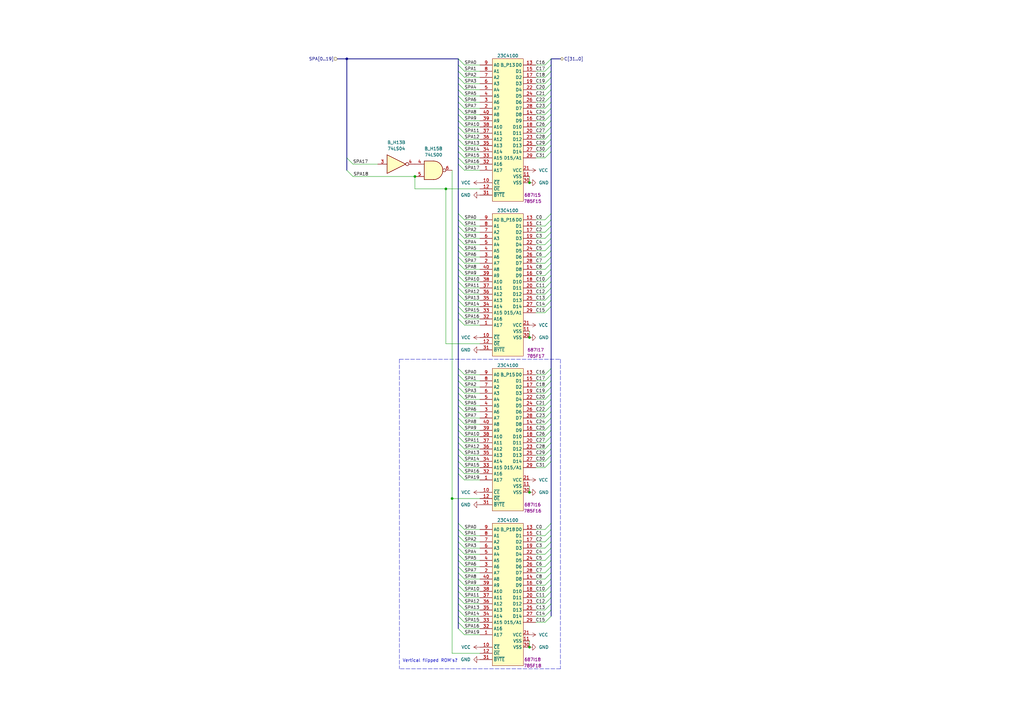
<source format=kicad_sch>
(kicad_sch (version 20231120) (generator "eeschema") (generator_version "8.0")
  (paper "A3")
  (title_block (date "2024-03-10"))
  (lib_symbols
    (symbol "jt74:74LS00" (pin_names (offset 1.016))
      (property "Reference" "U" (at 0 1.27 0))
      (property "Value" "74LS00" (at 0 -1.27 0))
      (symbol "74LS00_1_1"
        (arc (start 0 -3.81) (mid 3.7934 0) (end 0 3.81) (stroke (width 0.254)) (fill (type background)))
        (polyline (pts (xy 0 3.81) (xy -3.81 3.81) (xy -3.81 -3.81) (xy 0 -3.81)) (stroke (width 0.254)) (fill (type background)))
        (pin input line (at -7.62 2.54 0) (length 3.81) (name "~") (number "1"))
        (pin input line (at -7.62 -2.54 0) (length 3.81) (name "~") (number "2"))
        (pin output inverted (at 7.62 0 180) (length 3.81) (name "~") (number "3"))
      )
      (symbol "74LS00_1_2"
        (arc (start -3.81 -3.81) (mid -2.589 0) (end -3.81 3.81) (stroke (width 0.254)))
        (arc (start -0.6096 -3.81) (mid 2.1855 -2.584) (end 3.81 0) (stroke (width 0.254)) (fill (type background)))
        (polyline (pts (xy -3.81 -3.81) (xy -0.635 -3.81)) (stroke (width 0.254)) (fill (type background)))
        (polyline (pts (xy -3.81 3.81) (xy -0.635 3.81)) (stroke (width 0.254)) (fill (type background)))
        (polyline (pts (xy -0.635 3.81) (xy -3.81 3.81) (xy -3.81 3.81) (xy -3.556 3.4036) (xy -3.0226 2.2606) (xy -2.6924 1.0414) (xy -2.6162 -0.254) (xy -2.7686 -1.4986) (xy -3.175 -2.7178) (xy -3.81 -3.81) (xy -3.81 -3.81) (xy -0.635 -3.81)) (stroke (width -25.4)) (fill (type background)))
        (arc (start 3.81 0) (mid 2.1928 2.5925) (end -0.6096 3.81) (stroke (width 0.254)) (fill (type background)))
        (pin input inverted (at -7.62 2.54 0) (length 4.318) (name "~") (number "1"))
        (pin input inverted (at -7.62 -2.54 0) (length 4.318) (name "~") (number "2"))
        (pin output line (at 7.62 0 180) (length 3.81) (name "~") (number "3"))
      )
      (symbol "74LS00_2_1"
        (arc (start 0 -3.81) (mid 3.7934 0) (end 0 3.81) (stroke (width 0.254)) (fill (type background)))
        (polyline (pts (xy 0 3.81) (xy -3.81 3.81) (xy -3.81 -3.81) (xy 0 -3.81)) (stroke (width 0.254)) (fill (type background)))
        (pin input line (at -7.62 2.54 0) (length 3.81) (name "~") (number "4"))
        (pin input line (at -7.62 -2.54 0) (length 3.81) (name "~") (number "5"))
        (pin output inverted (at 7.62 0 180) (length 3.81) (name "~") (number "6"))
      )
      (symbol "74LS00_2_2"
        (arc (start -3.81 -3.81) (mid -2.589 0) (end -3.81 3.81) (stroke (width 0.254)))
        (arc (start -0.6096 -3.81) (mid 2.1855 -2.584) (end 3.81 0) (stroke (width 0.254)) (fill (type background)))
        (polyline (pts (xy -3.81 -3.81) (xy -0.635 -3.81)) (stroke (width 0.254)) (fill (type background)))
        (polyline (pts (xy -3.81 3.81) (xy -0.635 3.81)) (stroke (width 0.254)) (fill (type background)))
        (polyline (pts (xy -0.635 3.81) (xy -3.81 3.81) (xy -3.81 3.81) (xy -3.556 3.4036) (xy -3.0226 2.2606) (xy -2.6924 1.0414) (xy -2.6162 -0.254) (xy -2.7686 -1.4986) (xy -3.175 -2.7178) (xy -3.81 -3.81) (xy -3.81 -3.81) (xy -0.635 -3.81)) (stroke (width -25.4)) (fill (type background)))
        (arc (start 3.81 0) (mid 2.1928 2.5925) (end -0.6096 3.81) (stroke (width 0.254)) (fill (type background)))
        (pin input inverted (at -7.62 2.54 0) (length 4.318) (name "~") (number "4"))
        (pin input inverted (at -7.62 -2.54 0) (length 4.318) (name "~") (number "5"))
        (pin output line (at 7.62 0 180) (length 3.81) (name "~") (number "6"))
      )
      (symbol "74LS00_3_1"
        (arc (start 0 -3.81) (mid 3.7934 0) (end 0 3.81) (stroke (width 0.254)) (fill (type background)))
        (polyline (pts (xy 0 3.81) (xy -3.81 3.81) (xy -3.81 -3.81) (xy 0 -3.81)) (stroke (width 0.254)) (fill (type background)))
        (pin input line (at -7.62 -2.54 0) (length 3.81) (name "~") (number "10"))
        (pin output inverted (at 7.62 0 180) (length 3.81) (name "~") (number "8"))
        (pin input line (at -7.62 2.54 0) (length 3.81) (name "~") (number "9"))
      )
      (symbol "74LS00_3_2"
        (arc (start -3.81 -3.81) (mid -2.589 0) (end -3.81 3.81) (stroke (width 0.254)))
        (arc (start -0.6096 -3.81) (mid 2.1855 -2.584) (end 3.81 0) (stroke (width 0.254)) (fill (type background)))
        (polyline (pts (xy -3.81 -3.81) (xy -0.635 -3.81)) (stroke (width 0.254)) (fill (type background)))
        (polyline (pts (xy -3.81 3.81) (xy -0.635 3.81)) (stroke (width 0.254)) (fill (type background)))
        (polyline (pts (xy -0.635 3.81) (xy -3.81 3.81) (xy -3.81 3.81) (xy -3.556 3.4036) (xy -3.0226 2.2606) (xy -2.6924 1.0414) (xy -2.6162 -0.254) (xy -2.7686 -1.4986) (xy -3.175 -2.7178) (xy -3.81 -3.81) (xy -3.81 -3.81) (xy -0.635 -3.81)) (stroke (width -25.4)) (fill (type background)))
        (arc (start 3.81 0) (mid 2.1928 2.5925) (end -0.6096 3.81) (stroke (width 0.254)) (fill (type background)))
        (pin input inverted (at -7.62 -2.54 0) (length 4.318) (name "~") (number "10"))
        (pin output line (at 7.62 0 180) (length 3.81) (name "~") (number "8"))
        (pin input inverted (at -7.62 2.54 0) (length 4.318) (name "~") (number "9"))
      )
      (symbol "74LS00_4_1"
        (arc (start 0 -3.81) (mid 3.7934 0) (end 0 3.81) (stroke (width 0.254)) (fill (type background)))
        (polyline (pts (xy 0 3.81) (xy -3.81 3.81) (xy -3.81 -3.81) (xy 0 -3.81)) (stroke (width 0.254)) (fill (type background)))
        (pin output inverted (at 7.62 0 180) (length 3.81) (name "~") (number "11"))
        (pin input line (at -7.62 2.54 0) (length 3.81) (name "~") (number "12"))
        (pin input line (at -7.62 -2.54 0) (length 3.81) (name "~") (number "13"))
      )
      (symbol "74LS00_4_2"
        (arc (start -3.81 -3.81) (mid -2.589 0) (end -3.81 3.81) (stroke (width 0.254)))
        (arc (start -0.6096 -3.81) (mid 2.1855 -2.584) (end 3.81 0) (stroke (width 0.254)) (fill (type background)))
        (polyline (pts (xy -3.81 -3.81) (xy -0.635 -3.81)) (stroke (width 0.254)) (fill (type background)))
        (polyline (pts (xy -3.81 3.81) (xy -0.635 3.81)) (stroke (width 0.254)) (fill (type background)))
        (polyline (pts (xy -0.635 3.81) (xy -3.81 3.81) (xy -3.81 3.81) (xy -3.556 3.4036) (xy -3.0226 2.2606) (xy -2.6924 1.0414) (xy -2.6162 -0.254) (xy -2.7686 -1.4986) (xy -3.175 -2.7178) (xy -3.81 -3.81) (xy -3.81 -3.81) (xy -0.635 -3.81)) (stroke (width -25.4)) (fill (type background)))
        (arc (start 3.81 0) (mid 2.1928 2.5925) (end -0.6096 3.81) (stroke (width 0.254)) (fill (type background)))
        (pin output line (at 7.62 0 180) (length 3.81) (name "~") (number "11"))
        (pin input inverted (at -7.62 2.54 0) (length 4.318) (name "~") (number "12"))
        (pin input inverted (at -7.62 -2.54 0) (length 4.318) (name "~") (number "13"))
      )
      (symbol "74LS00_5_0"
        (pin power_in line (at 0 7.62 270) (length 5.08) hide (name "VCC") (number "14"))
        (pin power_in line (at 0 -7.62 90) (length 5.08) hide (name "VSS") (number "7"))
      )
      (symbol "74LS00_5_1"
        (rectangle (start -5.08 7.62) (end 5.08 -7.62) (stroke (width 0.254)) (fill (type background)))
      )
    )
    (symbol "jt74:74LS04" (pin_names (offset 1.016))
      (property "Reference" "U" (at 0 1.27 0))
      (property "Value" "74LS04" (at 0 -1.27 0))
      (symbol "74LS04_1_0"
        (polyline (pts (xy -3.81 3.81) (xy -3.81 -3.81) (xy 3.81 0) (xy -3.81 3.81)) (stroke (width 0.254)) (fill (type background)))
        (pin input line (at -7.62 0 0) (length 3.81) (name "~") (number "1"))
        (pin output inverted (at 7.62 0 180) (length 3.81) (name "~") (number "2"))
      )
      (symbol "74LS04_2_0"
        (polyline (pts (xy -3.81 3.81) (xy -3.81 -3.81) (xy 3.81 0) (xy -3.81 3.81)) (stroke (width 0.254)) (fill (type background)))
        (pin input line (at -7.62 0 0) (length 3.81) (name "~") (number "3"))
        (pin output inverted (at 7.62 0 180) (length 3.81) (name "~") (number "4"))
      )
      (symbol "74LS04_3_0"
        (polyline (pts (xy -3.81 3.81) (xy -3.81 -3.81) (xy 3.81 0) (xy -3.81 3.81)) (stroke (width 0.254)) (fill (type background)))
        (pin input line (at -7.62 0 0) (length 3.81) (name "~") (number "5"))
        (pin output inverted (at 7.62 0 180) (length 3.81) (name "~") (number "6"))
      )
      (symbol "74LS04_4_0"
        (polyline (pts (xy -3.81 3.81) (xy -3.81 -3.81) (xy 3.81 0) (xy -3.81 3.81)) (stroke (width 0.254)) (fill (type background)))
        (pin output inverted (at 7.62 0 180) (length 3.81) (name "~") (number "8"))
        (pin input line (at -7.62 0 0) (length 3.81) (name "~") (number "9"))
      )
      (symbol "74LS04_5_0"
        (polyline (pts (xy -3.81 3.81) (xy -3.81 -3.81) (xy 3.81 0) (xy -3.81 3.81)) (stroke (width 0.254)) (fill (type background)))
        (pin output inverted (at 7.62 0 180) (length 3.81) (name "~") (number "10"))
        (pin input line (at -7.62 0 0) (length 3.81) (name "~") (number "11"))
      )
      (symbol "74LS04_6_0"
        (polyline (pts (xy -3.81 3.81) (xy -3.81 -3.81) (xy 3.81 0) (xy -3.81 3.81)) (stroke (width 0.254)) (fill (type background)))
        (pin output inverted (at 7.62 0 180) (length 3.81) (name "~") (number "12"))
        (pin input line (at -7.62 0 0) (length 3.81) (name "~") (number "13"))
      )
      (symbol "74LS04_7_0"
        (pin power_in line (at 0 7.62 270) (length 5.08) hide (name "VCC") (number "14"))
        (pin power_in line (at 0 -7.62 90) (length 5.08) hide (name "VSS") (number "7"))
      )
      (symbol "74LS04_7_1"
        (rectangle (start -5.08 7.62) (end 5.08 -7.62) (stroke (width 0.254)) (fill (type background)))
      )
    )
    (symbol "jt_rom:23C4100"
      (property "Reference" "U" (at 0 33.02 0))
      (property "Value" "23C4100" (at 0 30.48 0))
      (symbol "23C4100_0_1"
        (rectangle (start -6.35 29.21) (end 6.35 -29.21) (fill (type background)))
      )
      (symbol "23C4100_1_1"
        (pin input line (at -11.43 -16.51 0) (length 5.08) (name "A17") (number "1"))
        (pin input line (at -11.43 -21.59 0) (length 5.08) (name "~{CE}") (number "10"))
        (pin power_in line (at 8.89 -19.05 180) (length 2.54) (name "VSS") (number "11"))
        (pin input line (at -11.43 -24.13 0) (length 5.08) (name "~{OE}") (number "12"))
        (pin tri_state line (at 11.43 26.67 180) (length 5.08) (name "D0") (number "13"))
        (pin tri_state line (at 11.43 6.35 180) (length 5.08) (name "D8") (number "14"))
        (pin tri_state line (at 11.43 24.13 180) (length 5.08) (name "D1") (number "15"))
        (pin tri_state line (at 11.43 3.81 180) (length 5.08) (name "D9") (number "16"))
        (pin tri_state line (at 11.43 21.59 180) (length 5.08) (name "D2") (number "17"))
        (pin tri_state line (at 11.43 1.27 180) (length 5.08) (name "D10") (number "18"))
        (pin tri_state line (at 11.43 19.05 180) (length 5.08) (name "D3") (number "19"))
        (pin input line (at -11.43 8.89 0) (length 5.08) (name "A7") (number "2"))
        (pin tri_state line (at 11.43 -1.27 180) (length 5.08) (name "D11") (number "20"))
        (pin power_in line (at 8.89 -16.51 180) (length 2.54) (name "VCC") (number "21"))
        (pin tri_state line (at 11.43 16.51 180) (length 5.08) (name "D4") (number "22"))
        (pin tri_state line (at 11.43 -3.81 180) (length 5.08) (name "D12") (number "23"))
        (pin tri_state line (at 11.43 13.97 180) (length 5.08) (name "D5") (number "24"))
        (pin tri_state line (at 11.43 -6.35 180) (length 5.08) (name "D13") (number "25"))
        (pin tri_state line (at 11.43 11.43 180) (length 5.08) (name "D6") (number "26"))
        (pin tri_state line (at 11.43 -8.89 180) (length 5.08) (name "D14") (number "27"))
        (pin tri_state line (at 11.43 8.89 180) (length 5.08) (name "D7") (number "28"))
        (pin tri_state line (at 11.43 -11.43 180) (length 5.08) (name "D15/A1") (number "29"))
        (pin input line (at -11.43 11.43 0) (length 5.08) (name "A6") (number "3"))
        (pin power_in line (at 8.89 -21.59 180) (length 2.54) (name "VSS") (number "30"))
        (pin input line (at -11.43 -26.67 0) (length 5.08) (name "~{BYTE}") (number "31"))
        (pin input line (at -11.43 -13.97 0) (length 5.08) (name "A16") (number "32"))
        (pin input line (at -11.43 -11.43 0) (length 5.08) (name "A15") (number "33"))
        (pin input line (at -11.43 -8.89 0) (length 5.08) (name "A14") (number "34"))
        (pin input line (at -11.43 -6.35 0) (length 5.08) (name "A13") (number "35"))
        (pin input line (at -11.43 -3.81 0) (length 5.08) (name "A12") (number "36"))
        (pin input line (at -11.43 -1.27 0) (length 5.08) (name "A11") (number "37"))
        (pin input line (at -11.43 1.27 0) (length 5.08) (name "A10") (number "38"))
        (pin input line (at -11.43 3.81 0) (length 5.08) (name "A9") (number "39"))
        (pin input line (at -11.43 13.97 0) (length 5.08) (name "A5") (number "4"))
        (pin input line (at -11.43 6.35 0) (length 5.08) (name "A8") (number "40"))
        (pin input line (at -11.43 16.51 0) (length 5.08) (name "A4") (number "5"))
        (pin input line (at -11.43 19.05 0) (length 5.08) (name "A3") (number "6"))
        (pin input line (at -11.43 21.59 0) (length 5.08) (name "A2") (number "7"))
        (pin input line (at -11.43 24.13 0) (length 5.08) (name "A1") (number "8"))
        (pin input line (at -11.43 26.67 0) (length 5.08) (name "A0") (number "9"))
      )
    )
    (symbol "power:GND" (power) (pin_names (offset 0))
      (property "Value" "GND" (at 0 -3.81 0))
      (symbol "GND_0_1"
        (polyline (pts (xy 0 0) (xy 0 -1.27) (xy 1.27 -1.27) (xy 0 -2.54) (xy -1.27 -1.27) (xy 0 -1.27)))
      )
      (symbol "GND_1_1"
        (pin power_in line (at 0 0 270) (length 0) hide (name "GND") (number "1"))
      )
    )
    (symbol "power:VCC" (power) (pin_names (offset 0))
      (property "Value" "VCC" (at 0 3.81 0))
      (symbol "VCC_0_1"
        (polyline (pts (xy -0.762 1.27) (xy 0 2.54)))
        (polyline (pts (xy 0 0) (xy 0 2.54)))
        (polyline (pts (xy 0 2.54) (xy 0.762 1.27)))
      )
      (symbol "VCC_1_1"
        (pin power_in line (at 0 0 90) (length 0) hide (name "VCC") (number "1"))
      )
    )
  )
  (junction (at 142.24 24.13))
  (junction (at 217.17 265.43))
  (junction (at 170.18 72.39))
  (junction (at 217.17 74.93))
  (junction (at 185.42 204.47))
  (junction (at 182.88 77.47))
  (junction (at 217.17 138.43))
  (junction (at 217.17 201.93))
  (bus_entry (at 187.96 156.21) (size 2.54 2.54))
  (bus_entry (at 187.96 181.61) (size 2.54 2.54))
  (bus_entry (at 187.96 166.37) (size 2.54 2.54))
  (bus_entry (at 187.96 222.25) (size 2.54 2.54))
  (bus_entry (at 187.96 125.73) (size 2.54 2.54))
  (bus_entry (at 187.96 31.75) (size 2.54 2.54))
  (bus_entry (at 223.52 245.11) (size 2.54 -2.54))
  (bus_entry (at 223.52 90.17) (size 2.54 -2.54))
  (bus_entry (at 223.52 247.65) (size 2.54 -2.54))
  (bus_entry (at 223.52 156.21) (size 2.54 -2.54))
  (bus_entry (at 223.52 161.29) (size 2.54 -2.54))
  (bus_entry (at 223.52 222.25) (size 2.54 -2.54))
  (bus_entry (at 187.96 151.13) (size 2.54 2.54))
  (bus_entry (at 187.96 247.65) (size 2.54 2.54))
  (bus_entry (at 187.96 229.87) (size 2.54 2.54))
  (bus_entry (at 187.96 115.57) (size 2.54 2.54))
  (bus_entry (at 187.96 34.29) (size 2.54 2.54))
  (bus_entry (at 187.96 52.07) (size 2.54 2.54))
  (bus_entry (at 223.52 232.41) (size 2.54 -2.54))
  (bus_entry (at 187.96 214.63) (size 2.54 2.54))
  (bus_entry (at 223.52 189.23) (size 2.54 -2.54))
  (bus_entry (at 187.96 227.33) (size 2.54 2.54))
  (bus_entry (at 187.96 92.71) (size 2.54 2.54))
  (bus_entry (at 223.52 102.87) (size 2.54 -2.54))
  (bus_entry (at 187.96 245.11) (size 2.54 2.54))
  (bus_entry (at 223.52 120.65) (size 2.54 -2.54))
  (bus_entry (at 187.96 123.19) (size 2.54 2.54))
  (bus_entry (at 223.52 59.69) (size 2.54 -2.54))
  (bus_entry (at 187.96 163.83) (size 2.54 2.54))
  (bus_entry (at 223.52 107.95) (size 2.54 -2.54))
  (bus_entry (at 187.96 59.69) (size 2.54 2.54))
  (bus_entry (at 223.52 217.17) (size 2.54 -2.54))
  (bus_entry (at 187.96 179.07) (size 2.54 2.54))
  (bus_entry (at 187.96 237.49) (size 2.54 2.54))
  (bus_entry (at 187.96 100.33) (size 2.54 2.54))
  (bus_entry (at 223.52 163.83) (size 2.54 -2.54))
  (bus_entry (at 187.96 49.53) (size 2.54 2.54))
  (bus_entry (at 187.96 191.77) (size 2.54 2.54))
  (bus_entry (at 223.52 224.79) (size 2.54 -2.54))
  (bus_entry (at 223.52 113.03) (size 2.54 -2.54))
  (bus_entry (at 187.96 255.27) (size 2.54 2.54))
  (bus_entry (at 187.96 171.45) (size 2.54 2.54))
  (bus_entry (at 187.96 153.67) (size 2.54 2.54))
  (bus_entry (at 187.96 90.17) (size 2.54 2.54))
  (bus_entry (at 187.96 67.31) (size 2.54 2.54))
  (bus_entry (at 223.52 158.75) (size 2.54 -2.54))
  (bus_entry (at 223.52 186.69) (size 2.54 -2.54))
  (bus_entry (at 223.52 62.23) (size 2.54 -2.54))
  (bus_entry (at 223.52 95.25) (size 2.54 -2.54))
  (bus_entry (at 187.96 219.71) (size 2.54 2.54))
  (bus_entry (at 187.96 26.67) (size 2.54 2.54))
  (bus_entry (at 187.96 176.53) (size 2.54 2.54))
  (bus_entry (at 223.52 173.99) (size 2.54 -2.54))
  (bus_entry (at 223.52 179.07) (size 2.54 -2.54))
  (bus_entry (at 223.52 29.21) (size 2.54 -2.54))
  (bus_entry (at 223.52 234.95) (size 2.54 -2.54))
  (bus_entry (at 223.52 36.83) (size 2.54 -2.54))
  (bus_entry (at 187.96 224.79) (size 2.54 2.54))
  (bus_entry (at 187.96 95.25) (size 2.54 2.54))
  (bus_entry (at 223.52 54.61) (size 2.54 -2.54))
  (bus_entry (at 223.52 242.57) (size 2.54 -2.54))
  (bus_entry (at 187.96 41.91) (size 2.54 2.54))
  (bus_entry (at 187.96 242.57) (size 2.54 2.54))
  (bus_entry (at 187.96 87.63) (size 2.54 2.54))
  (bus_entry (at 144.78 67.31) (size -2.54 -2.54))
  (bus_entry (at 223.52 46.99) (size 2.54 -2.54))
  (bus_entry (at 223.52 34.29) (size 2.54 -2.54))
  (bus_entry (at 187.96 29.21) (size 2.54 2.54))
  (bus_entry (at 187.96 234.95) (size 2.54 2.54))
  (bus_entry (at 187.96 120.65) (size 2.54 2.54))
  (bus_entry (at 223.52 250.19) (size 2.54 -2.54))
  (bus_entry (at 187.96 113.03) (size 2.54 2.54))
  (bus_entry (at 187.96 250.19) (size 2.54 2.54))
  (bus_entry (at 223.52 240.03) (size 2.54 -2.54))
  (bus_entry (at 223.52 176.53) (size 2.54 -2.54))
  (bus_entry (at 187.96 118.11) (size 2.54 2.54))
  (bus_entry (at 223.52 26.67) (size 2.54 -2.54))
  (bus_entry (at 187.96 107.95) (size 2.54 2.54))
  (bus_entry (at 223.52 115.57) (size 2.54 -2.54))
  (bus_entry (at 187.96 62.23) (size 2.54 2.54))
  (bus_entry (at 187.96 130.81) (size 2.54 2.54))
  (bus_entry (at 187.96 168.91) (size 2.54 2.54))
  (bus_entry (at 187.96 173.99) (size 2.54 2.54))
  (bus_entry (at 223.52 97.79) (size 2.54 -2.54))
  (bus_entry (at 223.52 39.37) (size 2.54 -2.54))
  (bus_entry (at 223.52 44.45) (size 2.54 -2.54))
  (bus_entry (at 223.52 128.27) (size 2.54 -2.54))
  (bus_entry (at 187.96 257.81) (size 2.54 2.54))
  (bus_entry (at 187.96 102.87) (size 2.54 2.54))
  (bus_entry (at 223.52 166.37) (size 2.54 -2.54))
  (bus_entry (at 223.52 227.33) (size 2.54 -2.54))
  (bus_entry (at 223.52 184.15) (size 2.54 -2.54))
  (bus_entry (at 223.52 31.75) (size 2.54 -2.54))
  (bus_entry (at 142.24 69.85) (size 2.54 2.54))
  (bus_entry (at 223.52 181.61) (size 2.54 -2.54))
  (bus_entry (at 223.52 153.67) (size 2.54 -2.54))
  (bus_entry (at 187.96 44.45) (size 2.54 2.54))
  (bus_entry (at 223.52 255.27) (size 2.54 -2.54))
  (bus_entry (at 187.96 232.41) (size 2.54 2.54))
  (bus_entry (at 187.96 184.15) (size 2.54 2.54))
  (bus_entry (at 223.52 125.73) (size 2.54 -2.54))
  (bus_entry (at 223.52 237.49) (size 2.54 -2.54))
  (bus_entry (at 187.96 105.41) (size 2.54 2.54))
  (bus_entry (at 223.52 92.71) (size 2.54 -2.54))
  (bus_entry (at 223.52 57.15) (size 2.54 -2.54))
  (bus_entry (at 187.96 110.49) (size 2.54 2.54))
  (bus_entry (at 187.96 36.83) (size 2.54 2.54))
  (bus_entry (at 223.52 49.53) (size 2.54 -2.54))
  (bus_entry (at 223.52 252.73) (size 2.54 -2.54))
  (bus_entry (at 223.52 168.91) (size 2.54 -2.54))
  (bus_entry (at 187.96 54.61) (size 2.54 2.54))
  (bus_entry (at 187.96 158.75) (size 2.54 2.54))
  (bus_entry (at 223.52 118.11) (size 2.54 -2.54))
  (bus_entry (at 187.96 161.29) (size 2.54 2.54))
  (bus_entry (at 187.96 64.77) (size 2.54 2.54))
  (bus_entry (at 187.96 194.31) (size 2.54 2.54))
  (bus_entry (at 187.96 240.03) (size 2.54 2.54))
  (bus_entry (at 187.96 97.79) (size 2.54 2.54))
  (bus_entry (at 223.52 191.77) (size 2.54 -2.54))
  (bus_entry (at 187.96 57.15) (size 2.54 2.54))
  (bus_entry (at 223.52 219.71) (size 2.54 -2.54))
  (bus_entry (at 223.52 171.45) (size 2.54 -2.54))
  (bus_entry (at 223.52 52.07) (size 2.54 -2.54))
  (bus_entry (at 223.52 123.19) (size 2.54 -2.54))
  (bus_entry (at 187.96 46.99) (size 2.54 2.54))
  (bus_entry (at 223.52 110.49) (size 2.54 -2.54))
  (bus_entry (at 187.96 128.27) (size 2.54 2.54))
  (bus_entry (at 187.96 189.23) (size 2.54 2.54))
  (bus_entry (at 223.52 100.33) (size 2.54 -2.54))
  (bus_entry (at 223.52 64.77) (size 2.54 -2.54))
  (bus_entry (at 187.96 186.69) (size 2.54 2.54))
  (bus_entry (at 223.52 105.41) (size 2.54 -2.54))
  (bus_entry (at 187.96 252.73) (size 2.54 2.54))
  (bus_entry (at 223.52 41.91) (size 2.54 -2.54))
  (bus_entry (at 223.52 229.87) (size 2.54 -2.54))
  (bus_entry (at 187.96 39.37) (size 2.54 2.54))
  (bus_entry (at 187.96 217.17) (size 2.54 2.54))
  (bus_entry (at 187.96 24.13) (size 2.54 2.54))
  (bus (pts (xy 187.96 156.21) (xy 187.96 158.75)))
  (bus (pts (xy 226.06 118.11) (xy 226.06 120.65)))
  (wire (pts (xy 219.71 227.33) (xy 223.52 227.33)))
  (wire (pts (xy 219.71 57.15) (xy 223.52 57.15)))
  (wire (pts (xy 190.5 64.77) (xy 196.85 64.77)))
  (wire (pts (xy 219.71 54.61) (xy 223.52 54.61)))
  (wire (pts (xy 219.71 46.99) (xy 223.52 46.99)))
  (wire (pts (xy 190.5 44.45) (xy 196.85 44.45)))
  (bus (pts (xy 142.24 24.13) (xy 187.96 24.13)))
  (bus (pts (xy 226.06 224.79) (xy 226.06 227.33)))
  (wire (pts (xy 190.5 153.67) (xy 196.85 153.67)))
  (bus (pts (xy 142.24 24.13) (xy 142.24 64.77)))
  (bus (pts (xy 226.06 31.75) (xy 226.06 34.29)))
  (bus (pts (xy 187.96 67.31) (xy 187.96 87.63)))
  (wire (pts (xy 219.71 110.49) (xy 223.52 110.49)))
  (wire (pts (xy 190.5 168.91) (xy 196.85 168.91)))
  (wire (pts (xy 219.71 118.11) (xy 223.52 118.11)))
  (bus (pts (xy 226.06 29.21) (xy 226.06 31.75)))
  (wire (pts (xy 190.5 26.67) (xy 196.85 26.67)))
  (bus (pts (xy 226.06 52.07) (xy 226.06 54.61)))
  (wire (pts (xy 190.5 260.35) (xy 196.85 260.35)))
  (wire (pts (xy 219.71 97.79) (xy 223.52 97.79)))
  (bus (pts (xy 187.96 118.11) (xy 187.96 120.65)))
  (bus (pts (xy 226.06 34.29) (xy 226.06 36.83)))
  (bus (pts (xy 226.06 123.19) (xy 226.06 125.73)))
  (wire (pts (xy 219.71 237.49) (xy 223.52 237.49)))
  (wire (pts (xy 190.5 39.37) (xy 196.85 39.37)))
  (bus (pts (xy 187.96 171.45) (xy 187.96 173.99)))
  (bus (pts (xy 187.96 161.29) (xy 187.96 163.83)))
  (bus (pts (xy 226.06 237.49) (xy 226.06 240.03)))
  (bus (pts (xy 226.06 242.57) (xy 226.06 245.11)))
  (wire (pts (xy 190.5 191.77) (xy 196.85 191.77)))
  (wire (pts (xy 219.71 255.27) (xy 223.52 255.27)))
  (wire (pts (xy 219.71 186.69) (xy 223.52 186.69)))
  (wire (pts (xy 190.5 252.73) (xy 196.85 252.73)))
  (bus (pts (xy 187.96 242.57) (xy 187.96 245.11)))
  (bus (pts (xy 187.96 26.67) (xy 187.96 29.21)))
  (bus (pts (xy 226.06 250.19) (xy 226.06 252.73)))
  (wire (pts (xy 219.71 240.03) (xy 223.52 240.03)))
  (bus (pts (xy 187.96 232.41) (xy 187.96 234.95)))
  (bus (pts (xy 187.96 62.23) (xy 187.96 64.77)))
  (bus (pts (xy 187.96 234.95) (xy 187.96 237.49)))
  (wire (pts (xy 190.5 29.21) (xy 196.85 29.21)))
  (bus (pts (xy 187.96 92.71) (xy 187.96 95.25)))
  (wire (pts (xy 219.71 120.65) (xy 223.52 120.65)))
  (bus (pts (xy 187.96 95.25) (xy 187.96 97.79)))
  (wire (pts (xy 219.71 179.07) (xy 223.52 179.07)))
  (bus (pts (xy 226.06 97.79) (xy 226.06 100.33)))
  (wire (pts (xy 190.5 90.17) (xy 196.85 90.17)))
  (wire (pts (xy 190.5 181.61) (xy 196.85 181.61)))
  (bus (pts (xy 226.06 46.99) (xy 226.06 49.53)))
  (bus (pts (xy 187.96 29.21) (xy 187.96 31.75)))
  (bus (pts (xy 226.06 125.73) (xy 226.06 151.13)))
  (wire (pts (xy 219.71 44.45) (xy 223.52 44.45)))
  (wire (pts (xy 182.88 77.47) (xy 196.85 77.47)))
  (wire (pts (xy 190.5 128.27) (xy 196.85 128.27)))
  (wire (pts (xy 190.5 125.73) (xy 196.85 125.73)))
  (wire (pts (xy 219.71 41.91) (xy 223.52 41.91)))
  (bus (pts (xy 142.24 64.77) (xy 142.24 69.85)))
  (bus (pts (xy 226.06 222.25) (xy 226.06 224.79)))
  (wire (pts (xy 219.71 113.03) (xy 223.52 113.03)))
  (bus (pts (xy 187.96 173.99) (xy 187.96 176.53)))
  (bus (pts (xy 187.96 46.99) (xy 187.96 49.53)))
  (bus (pts (xy 187.96 191.77) (xy 187.96 194.31)))
  (bus (pts (xy 187.96 102.87) (xy 187.96 105.41)))
  (wire (pts (xy 190.5 196.85) (xy 196.85 196.85)))
  (wire (pts (xy 190.5 115.57) (xy 196.85 115.57)))
  (wire (pts (xy 217.17 262.89) (xy 217.17 265.43)))
  (wire (pts (xy 217.17 135.89) (xy 217.17 138.43)))
  (bus (pts (xy 187.96 227.33) (xy 187.96 229.87)))
  (wire (pts (xy 219.71 39.37) (xy 223.52 39.37)))
  (bus (pts (xy 226.06 153.67) (xy 226.06 156.21)))
  (wire (pts (xy 190.5 179.07) (xy 196.85 179.07)))
  (wire (pts (xy 190.5 171.45) (xy 196.85 171.45)))
  (bus (pts (xy 226.06 179.07) (xy 226.06 181.61)))
  (wire (pts (xy 190.5 107.95) (xy 196.85 107.95)))
  (bus (pts (xy 226.06 219.71) (xy 226.06 222.25)))
  (bus (pts (xy 187.96 64.77) (xy 187.96 67.31)))
  (bus (pts (xy 226.06 115.57) (xy 226.06 118.11)))
  (bus (pts (xy 187.96 222.25) (xy 187.96 224.79)))
  (bus (pts (xy 226.06 41.91) (xy 226.06 44.45)))
  (wire (pts (xy 219.71 105.41) (xy 223.52 105.41)))
  (bus (pts (xy 226.06 184.15) (xy 226.06 186.69)))
  (bus (pts (xy 226.06 247.65) (xy 226.06 250.19)))
  (wire (pts (xy 219.71 153.67) (xy 223.52 153.67)))
  (wire (pts (xy 219.71 95.25) (xy 223.52 95.25)))
  (bus (pts (xy 187.96 130.81) (xy 187.96 151.13)))
  (wire (pts (xy 170.18 77.47) (xy 170.18 72.39)))
  (wire (pts (xy 219.71 31.75) (xy 223.52 31.75)))
  (bus (pts (xy 226.06 44.45) (xy 226.06 46.99)))
  (wire (pts (xy 190.5 250.19) (xy 196.85 250.19)))
  (bus (pts (xy 226.06 110.49) (xy 226.06 113.03)))
  (bus (pts (xy 187.96 240.03) (xy 187.96 242.57)))
  (wire (pts (xy 144.78 72.39) (xy 170.18 72.39)))
  (wire (pts (xy 190.5 31.75) (xy 196.85 31.75)))
  (bus (pts (xy 187.96 186.69) (xy 187.96 189.23)))
  (bus (pts (xy 226.06 59.69) (xy 226.06 62.23)))
  (wire (pts (xy 219.71 26.67) (xy 223.52 26.67)))
  (bus (pts (xy 187.96 179.07) (xy 187.96 181.61)))
  (bus (pts (xy 226.06 87.63) (xy 226.06 90.17)))
  (wire (pts (xy 219.71 102.87) (xy 223.52 102.87)))
  (wire (pts (xy 190.5 224.79) (xy 196.85 224.79)))
  (wire (pts (xy 219.71 62.23) (xy 223.52 62.23)))
  (bus (pts (xy 226.06 107.95) (xy 226.06 110.49)))
  (wire (pts (xy 190.5 36.83) (xy 196.85 36.83)))
  (bus (pts (xy 226.06 102.87) (xy 226.06 105.41)))
  (wire (pts (xy 190.5 219.71) (xy 196.85 219.71)))
  (bus (pts (xy 187.96 31.75) (xy 187.96 34.29)))
  (wire (pts (xy 190.5 57.15) (xy 196.85 57.15)))
  (bus (pts (xy 187.96 115.57) (xy 187.96 118.11)))
  (wire (pts (xy 219.71 115.57) (xy 223.52 115.57)))
  (polyline (pts (xy 229.87 274.32) (xy 163.83 274.32)) (stroke (width 0) (type dash)))
  (bus (pts (xy 187.96 237.49) (xy 187.96 240.03)))
  (bus (pts (xy 187.96 184.15) (xy 187.96 186.69)))
  (wire (pts (xy 182.88 77.47) (xy 182.88 140.97)))
  (bus (pts (xy 226.06 176.53) (xy 226.06 179.07)))
  (bus (pts (xy 187.96 49.53) (xy 187.96 52.07)))
  (bus (pts (xy 226.06 151.13) (xy 226.06 153.67)))
  (wire (pts (xy 190.5 240.03) (xy 196.85 240.03)))
  (bus (pts (xy 187.96 153.67) (xy 187.96 156.21)))
  (wire (pts (xy 190.5 229.87) (xy 196.85 229.87)))
  (wire (pts (xy 219.71 181.61) (xy 223.52 181.61)))
  (bus (pts (xy 187.96 166.37) (xy 187.96 168.91)))
  (wire (pts (xy 219.71 232.41) (xy 223.52 232.41)))
  (bus (pts (xy 226.06 24.13) (xy 229.87 24.13)))
  (bus (pts (xy 187.96 90.17) (xy 187.96 92.71)))
  (wire (pts (xy 144.78 67.31) (xy 154.94 67.31)))
  (bus (pts (xy 226.06 156.21) (xy 226.06 158.75)))
  (wire (pts (xy 196.85 267.97) (xy 185.42 267.97)))
  (bus (pts (xy 187.96 194.31) (xy 187.96 214.63)))
  (bus (pts (xy 187.96 224.79) (xy 187.96 227.33)))
  (bus (pts (xy 226.06 217.17) (xy 226.06 219.71)))
  (wire (pts (xy 219.71 100.33) (xy 223.52 100.33)))
  (wire (pts (xy 219.71 250.19) (xy 223.52 250.19)))
  (wire (pts (xy 190.5 97.79) (xy 196.85 97.79)))
  (bus (pts (xy 187.96 44.45) (xy 187.96 46.99)))
  (bus (pts (xy 187.96 24.13) (xy 187.96 26.67)))
  (wire (pts (xy 190.5 102.87) (xy 196.85 102.87)))
  (wire (pts (xy 190.5 257.81) (xy 196.85 257.81)))
  (polyline (pts (xy 163.83 147.32) (xy 229.87 147.32)) (stroke (width 0) (type dash)))
  (wire (pts (xy 219.71 245.11) (xy 223.52 245.11)))
  (bus (pts (xy 187.96 128.27) (xy 187.96 130.81)))
  (bus (pts (xy 226.06 113.03) (xy 226.06 115.57)))
  (bus (pts (xy 187.96 163.83) (xy 187.96 166.37)))
  (bus (pts (xy 226.06 57.15) (xy 226.06 59.69)))
  (bus (pts (xy 226.06 120.65) (xy 226.06 123.19)))
  (wire (pts (xy 190.5 41.91) (xy 196.85 41.91)))
  (wire (pts (xy 190.5 227.33) (xy 196.85 227.33)))
  (bus (pts (xy 226.06 92.71) (xy 226.06 95.25)))
  (bus (pts (xy 226.06 214.63) (xy 226.06 217.17)))
  (wire (pts (xy 219.71 168.91) (xy 223.52 168.91)))
  (wire (pts (xy 219.71 90.17) (xy 223.52 90.17)))
  (wire (pts (xy 219.71 158.75) (xy 223.52 158.75)))
  (bus (pts (xy 226.06 161.29) (xy 226.06 163.83)))
  (wire (pts (xy 219.71 107.95) (xy 223.52 107.95)))
  (wire (pts (xy 190.5 130.81) (xy 196.85 130.81)))
  (wire (pts (xy 190.5 49.53) (xy 196.85 49.53)))
  (bus (pts (xy 226.06 90.17) (xy 226.06 92.71)))
  (wire (pts (xy 190.5 100.33) (xy 196.85 100.33)))
  (wire (pts (xy 190.5 242.57) (xy 196.85 242.57)))
  (wire (pts (xy 190.5 156.21) (xy 196.85 156.21)))
  (wire (pts (xy 190.5 123.19) (xy 196.85 123.19)))
  (wire (pts (xy 219.71 189.23) (xy 223.52 189.23)))
  (bus (pts (xy 187.96 59.69) (xy 187.96 62.23)))
  (wire (pts (xy 190.5 163.83) (xy 196.85 163.83)))
  (bus (pts (xy 187.96 151.13) (xy 187.96 153.67)))
  (wire (pts (xy 190.5 46.99) (xy 196.85 46.99)))
  (bus (pts (xy 226.06 26.67) (xy 226.06 29.21)))
  (bus (pts (xy 187.96 255.27) (xy 187.96 257.81)))
  (wire (pts (xy 219.71 128.27) (xy 223.52 128.27)))
  (wire (pts (xy 190.5 95.25) (xy 196.85 95.25)))
  (polyline (pts (xy 163.83 147.32) (xy 163.83 274.32)) (stroke (width 0) (type dash)))
  (wire (pts (xy 190.5 234.95) (xy 196.85 234.95)))
  (bus (pts (xy 226.06 227.33) (xy 226.06 229.87)))
  (wire (pts (xy 219.71 163.83) (xy 223.52 163.83)))
  (wire (pts (xy 185.42 204.47) (xy 185.42 69.85)))
  (wire (pts (xy 190.5 133.35) (xy 196.85 133.35)))
  (wire (pts (xy 219.71 252.73) (xy 223.52 252.73)))
  (bus (pts (xy 187.96 105.41) (xy 187.96 107.95)))
  (wire (pts (xy 190.5 166.37) (xy 196.85 166.37)))
  (bus (pts (xy 226.06 245.11) (xy 226.06 247.65)))
  (bus (pts (xy 226.06 163.83) (xy 226.06 166.37)))
  (bus (pts (xy 187.96 245.11) (xy 187.96 247.65)))
  (wire (pts (xy 219.71 173.99) (xy 223.52 173.99)))
  (wire (pts (xy 219.71 34.29) (xy 223.52 34.29)))
  (wire (pts (xy 219.71 123.19) (xy 223.52 123.19)))
  (bus (pts (xy 187.96 252.73) (xy 187.96 255.27)))
  (wire (pts (xy 219.71 184.15) (xy 223.52 184.15)))
  (wire (pts (xy 219.71 247.65) (xy 223.52 247.65)))
  (wire (pts (xy 190.5 52.07) (xy 196.85 52.07)))
  (bus (pts (xy 226.06 62.23) (xy 226.06 87.63)))
  (bus (pts (xy 226.06 105.41) (xy 226.06 107.95)))
  (wire (pts (xy 190.5 194.31) (xy 196.85 194.31)))
  (bus (pts (xy 187.96 41.91) (xy 187.96 44.45)))
  (bus (pts (xy 187.96 34.29) (xy 187.96 36.83)))
  (bus (pts (xy 187.96 125.73) (xy 187.96 128.27)))
  (wire (pts (xy 217.17 72.39) (xy 217.17 74.93)))
  (bus (pts (xy 226.06 158.75) (xy 226.06 161.29)))
  (bus (pts (xy 226.06 54.61) (xy 226.06 57.15)))
  (bus (pts (xy 187.96 123.19) (xy 187.96 125.73)))
  (bus (pts (xy 187.96 176.53) (xy 187.96 179.07)))
  (bus (pts (xy 187.96 189.23) (xy 187.96 191.77)))
  (bus (pts (xy 187.96 110.49) (xy 187.96 113.03)))
  (bus (pts (xy 187.96 214.63) (xy 187.96 217.17)))
  (wire (pts (xy 196.85 140.97) (xy 182.88 140.97)))
  (wire (pts (xy 219.71 156.21) (xy 223.52 156.21)))
  (wire (pts (xy 190.5 245.11) (xy 196.85 245.11)))
  (wire (pts (xy 219.71 176.53) (xy 223.52 176.53)))
  (wire (pts (xy 190.5 110.49) (xy 196.85 110.49)))
  (wire (pts (xy 219.71 217.17) (xy 223.52 217.17)))
  (bus (pts (xy 187.96 158.75) (xy 187.96 161.29)))
  (wire (pts (xy 182.88 77.47) (xy 170.18 77.47)))
  (bus (pts (xy 226.06 171.45) (xy 226.06 173.99)))
  (wire (pts (xy 219.71 29.21) (xy 223.52 29.21)))
  (wire (pts (xy 190.5 92.71) (xy 196.85 92.71)))
  (wire (pts (xy 219.71 64.77) (xy 223.52 64.77)))
  (bus (pts (xy 187.96 52.07) (xy 187.96 54.61)))
  (bus (pts (xy 226.06 234.95) (xy 226.06 237.49)))
  (wire (pts (xy 190.5 59.69) (xy 196.85 59.69)))
  (polyline (pts (xy 229.87 147.32) (xy 229.87 274.32)) (stroke (width 0) (type dash)))
  (bus (pts (xy 226.06 168.91) (xy 226.06 171.45)))
  (bus (pts (xy 138.43 24.13) (xy 142.24 24.13)))
  (bus (pts (xy 187.96 229.87) (xy 187.96 232.41)))
  (bus (pts (xy 187.96 100.33) (xy 187.96 102.87)))
  (bus (pts (xy 226.06 39.37) (xy 226.06 41.91)))
  (bus (pts (xy 187.96 120.65) (xy 187.96 123.19)))
  (wire (pts (xy 190.5 161.29) (xy 196.85 161.29)))
  (wire (pts (xy 217.17 199.39) (xy 217.17 201.93)))
  (bus (pts (xy 187.96 39.37) (xy 187.96 41.91)))
  (wire (pts (xy 219.71 234.95) (xy 223.52 234.95)))
  (wire (pts (xy 190.5 118.11) (xy 196.85 118.11)))
  (wire (pts (xy 219.71 49.53) (xy 223.52 49.53)))
  (wire (pts (xy 219.71 125.73) (xy 223.52 125.73)))
  (bus (pts (xy 187.96 181.61) (xy 187.96 184.15)))
  (wire (pts (xy 190.5 173.99) (xy 196.85 173.99)))
  (bus (pts (xy 187.96 97.79) (xy 187.96 100.33)))
  (wire (pts (xy 190.5 232.41) (xy 196.85 232.41)))
  (wire (pts (xy 219.71 229.87) (xy 223.52 229.87)))
  (wire (pts (xy 219.71 171.45) (xy 223.52 171.45)))
  (wire (pts (xy 190.5 237.49) (xy 196.85 237.49)))
  (bus (pts (xy 226.06 189.23) (xy 226.06 214.63)))
  (wire (pts (xy 219.71 242.57) (xy 223.52 242.57)))
  (wire (pts (xy 219.71 224.79) (xy 223.52 224.79)))
  (bus (pts (xy 187.96 36.83) (xy 187.96 39.37)))
  (bus (pts (xy 187.96 219.71) (xy 187.96 222.25)))
  (bus (pts (xy 187.96 250.19) (xy 187.96 252.73)))
  (wire (pts (xy 190.5 222.25) (xy 196.85 222.25)))
  (bus (pts (xy 226.06 24.13) (xy 226.06 26.67)))
  (wire (pts (xy 190.5 105.41) (xy 196.85 105.41)))
  (wire (pts (xy 219.71 52.07) (xy 223.52 52.07)))
  (wire (pts (xy 190.5 113.03) (xy 196.85 113.03)))
  (bus (pts (xy 187.96 54.61) (xy 187.96 57.15)))
  (wire (pts (xy 219.71 191.77) (xy 223.52 191.77)))
  (bus (pts (xy 226.06 36.83) (xy 226.06 39.37)))
  (bus (pts (xy 187.96 217.17) (xy 187.96 219.71)))
  (wire (pts (xy 219.71 59.69) (xy 223.52 59.69)))
  (wire (pts (xy 190.5 176.53) (xy 196.85 176.53)))
  (wire (pts (xy 219.71 219.71) (xy 223.52 219.71)))
  (bus (pts (xy 187.96 168.91) (xy 187.96 171.45)))
  (wire (pts (xy 190.5 217.17) (xy 196.85 217.17)))
  (bus (pts (xy 226.06 95.25) (xy 226.06 97.79)))
  (wire (pts (xy 190.5 189.23) (xy 196.85 189.23)))
  (bus (pts (xy 226.06 240.03) (xy 226.06 242.57)))
  (bus (pts (xy 226.06 186.69) (xy 226.06 189.23)))
  (bus (pts (xy 187.96 87.63) (xy 187.96 90.17)))
  (wire (pts (xy 190.5 67.31) (xy 196.85 67.31)))
  (wire (pts (xy 190.5 158.75) (xy 196.85 158.75)))
  (wire (pts (xy 190.5 247.65) (xy 196.85 247.65)))
  (wire (pts (xy 185.42 267.97) (xy 185.42 204.47)))
  (wire (pts (xy 190.5 184.15) (xy 196.85 184.15)))
  (wire (pts (xy 190.5 255.27) (xy 196.85 255.27)))
  (wire (pts (xy 190.5 54.61) (xy 196.85 54.61)))
  (wire (pts (xy 219.71 36.83) (xy 223.52 36.83)))
  (bus (pts (xy 226.06 229.87) (xy 226.06 232.41)))
  (bus (pts (xy 187.96 57.15) (xy 187.96 59.69)))
  (bus (pts (xy 226.06 181.61) (xy 226.06 184.15)))
  (wire (pts (xy 185.42 204.47) (xy 196.85 204.47)))
  (bus (pts (xy 226.06 100.33) (xy 226.06 102.87)))
  (wire (pts (xy 219.71 222.25) (xy 223.52 222.25)))
  (bus (pts (xy 187.96 113.03) (xy 187.96 115.57)))
  (wire (pts (xy 219.71 161.29) (xy 223.52 161.29)))
  (wire (pts (xy 219.71 166.37) (xy 223.52 166.37)))
  (wire (pts (xy 219.71 92.71) (xy 223.52 92.71)))
  (bus (pts (xy 226.06 232.41) (xy 226.06 234.95)))
  (bus (pts (xy 226.06 166.37) (xy 226.06 168.91)))
  (wire (pts (xy 190.5 69.85) (xy 196.85 69.85)))
  (wire (pts (xy 190.5 62.23) (xy 196.85 62.23)))
  (wire (pts (xy 190.5 186.69) (xy 196.85 186.69)))
  (bus (pts (xy 187.96 107.95) (xy 187.96 110.49)))
  (wire (pts (xy 190.5 34.29) (xy 196.85 34.29)))
  (bus (pts (xy 226.06 173.99) (xy 226.06 176.53)))
  (wire (pts (xy 190.5 120.65) (xy 196.85 120.65)))
  (bus (pts (xy 226.06 49.53) (xy 226.06 52.07)))
  (bus (pts (xy 187.96 247.65) (xy 187.96 250.19)))
  (text "Vertical flipped ROM's?" (at 165.1 271.78 0) (effects (font (size 1.27 1.27)) (justify left bottom)))
  (label "SPA0" (at 190.5 26.67 0))
  (label "C7" (at 219.71 107.95 0))
  (label "C23" (at 219.71 44.45 0))
  (label "SPA9" (at 190.5 49.53 0))
  (label "C22" (at 219.71 168.91 0))
  (label "SPA5" (at 190.5 39.37 0))
  (label "SPA15" (at 190.5 128.27 0))
  (label "SPA2" (at 190.5 95.25 0))
  (label "SPA10" (at 190.5 115.57 0))
  (label "C31" (at 219.71 64.77 0))
  (label "SPA12" (at 190.5 57.15 0))
  (label "SPA4" (at 190.5 100.33 0))
  (label "SPA15" (at 190.5 255.27 0))
  (label "C30" (at 219.71 62.23 0))
  (label "C21" (at 219.71 39.37 0))
  (label "C1" (at 219.71 92.71 0))
  (label "C15" (at 219.71 255.27 0))
  (label "SPA14" (at 190.5 189.23 0))
  (label "SPA12" (at 190.5 247.65 0))
  (label "C7" (at 219.71 234.95 0))
  (label "SPA11" (at 190.5 118.11 0))
  (label "C16" (at 219.71 153.67 0))
  (label "C8" (at 219.71 237.49 0))
  (label "C17" (at 219.71 29.21 0))
  (label "SPA16" (at 190.5 257.81 0))
  (label "SPA12" (at 190.5 120.65 0))
  (label "SPA15" (at 190.5 64.77 0))
  (label "SPA14" (at 190.5 252.73 0))
  (label "SPA3" (at 190.5 34.29 0))
  (label "SPA5" (at 190.5 102.87 0))
  (label "C4" (at 219.71 100.33 0))
  (label "SPA16" (at 190.5 67.31 0))
  (label "SPA13" (at 190.5 186.69 0))
  (label "C11" (at 219.71 245.11 0))
  (label "C16" (at 219.71 26.67 0))
  (label "C9" (at 219.71 240.03 0))
  (label "SPA3" (at 190.5 97.79 0))
  (label "SPA16" (at 190.5 130.81 0))
  (label "SPA2" (at 190.5 222.25 0))
  (label "C9" (at 219.71 113.03 0))
  (label "C27" (at 219.71 54.61 0))
  (label "SPA8" (at 190.5 173.99 0))
  (label "C20" (at 219.71 163.83 0))
  (label "SPA4" (at 190.5 36.83 0))
  (label "C11" (at 219.71 118.11 0))
  (label "SPA7" (at 190.5 107.95 0))
  (label "C19" (at 219.71 161.29 0))
  (label "C26" (at 219.71 52.07 0))
  (label "SPA6" (at 190.5 168.91 0))
  (label "SPA17" (at 144.78 67.31 0))
  (label "C18" (at 219.71 31.75 0))
  (label "C18" (at 219.71 158.75 0))
  (label "C2" (at 219.71 95.25 0))
  (label "C4" (at 219.71 227.33 0))
  (label "SPA6" (at 190.5 232.41 0))
  (label "C13" (at 219.71 250.19 0))
  (label "C10" (at 219.71 242.57 0))
  (label "C12" (at 219.71 120.65 0))
  (label "SPA9" (at 190.5 113.03 0))
  (label "C24" (at 219.71 173.99 0))
  (label "SPA9" (at 190.5 240.03 0))
  (label "SPA11" (at 190.5 245.11 0))
  (label "SPA4" (at 190.5 163.83 0))
  (label "SPA17" (at 190.5 133.35 0))
  (label "C6" (at 219.71 105.41 0))
  (label "C10" (at 219.71 115.57 0))
  (label "SPA7" (at 190.5 44.45 0))
  (label "SPA10" (at 190.5 242.57 0))
  (label "SPA7" (at 190.5 171.45 0))
  (label "C28" (at 219.71 57.15 0))
  (label "C0" (at 219.71 90.17 0))
  (label "C24" (at 219.71 46.99 0))
  (label "SPA0" (at 190.5 90.17 0))
  (label "SPA17" (at 190.5 69.85 0))
  (label "SPA6" (at 190.5 105.41 0))
  (label "C1" (at 219.71 219.71 0))
  (label "C6" (at 219.71 232.41 0))
  (label "SPA10" (at 190.5 179.07 0))
  (label "C31" (at 219.71 191.77 0))
  (label "C25" (at 219.71 176.53 0))
  (label "SPA7" (at 190.5 234.95 0))
  (label "C2" (at 219.71 222.25 0))
  (label "SPA2" (at 190.5 31.75 0))
  (label "SPA12" (at 190.5 184.15 0))
  (label "C12" (at 219.71 247.65 0))
  (label "SPA1" (at 190.5 29.21 0))
  (label "C8" (at 219.71 110.49 0))
  (label "C22" (at 219.71 41.91 0))
  (label "SPA0" (at 190.5 153.67 0))
  (label "SPA5" (at 190.5 229.87 0))
  (label "SPA3" (at 190.5 161.29 0))
  (label "SPA5" (at 190.5 166.37 0))
  (label "C13" (at 219.71 123.19 0))
  (label "C17" (at 219.71 156.21 0))
  (label "SPA11" (at 190.5 54.61 0))
  (label "C28" (at 219.71 184.15 0))
  (label "C25" (at 219.71 49.53 0))
  (label "SPA11" (at 190.5 181.61 0))
  (label "C23" (at 219.71 171.45 0))
  (label "SPA9" (at 190.5 176.53 0))
  (label "SPA0" (at 190.5 217.17 0))
  (label "SPA18" (at 151.13 72.39 180))
  (label "C29" (at 219.71 59.69 0))
  (label "C20" (at 219.71 36.83 0))
  (label "SPA4" (at 190.5 227.33 0))
  (label "SPA14" (at 190.5 125.73 0))
  (label "C15" (at 219.71 128.27 0))
  (label "C26" (at 219.71 179.07 0))
  (label "SPA3" (at 190.5 224.79 0))
  (label "C29" (at 219.71 186.69 0))
  (label "C21" (at 219.71 166.37 0))
  (label "SPA19" (at 190.5 196.85 0))
  (label "SPA19" (at 190.5 260.35 0))
  (label "SPA15" (at 190.5 191.77 0))
  (label "C3" (at 219.71 224.79 0))
  (label "C0" (at 219.71 217.17 0))
  (label "C3" (at 219.71 97.79 0))
  (label "C30" (at 219.71 189.23 0))
  (label "SPA2" (at 190.5 158.75 0))
  (label "SPA1" (at 190.5 156.21 0))
  (label "C14" (at 219.71 125.73 0))
  (label "C14" (at 219.71 252.73 0))
  (label "SPA6" (at 190.5 41.91 0))
  (label "C5" (at 219.71 102.87 0))
  (label "SPA13" (at 190.5 59.69 0))
  (label "C5" (at 219.71 229.87 0))
  (label "SPA13" (at 190.5 250.19 0))
  (label "SPA1" (at 190.5 219.71 0))
  (label "SPA8" (at 190.5 237.49 0))
  (label "SPA10" (at 190.5 52.07 0))
  (label "SPA14" (at 190.5 62.23 0))
  (label "SPA16" (at 190.5 194.31 0))
  (label "SPA8" (at 190.5 110.49 0))
  (label "SPA13" (at 190.5 123.19 0))
  (label "C27" (at 219.71 181.61 0))
  (label "SPA8" (at 190.5 46.99 0))
  (label "C19" (at 219.71 34.29 0))
  (label "SPA1" (at 190.5 92.71 0))
  (hierarchical_label "C[31..0]" (shape tri_state) (at 229.87 24.13 0))
  (hierarchical_label "SPA[0..19]" (shape input) (at 138.43 24.13 180))
  (symbol (lib_id "power:VCC") (at 217.17 260.35 270) (unit 1)
    (property "Reference" "#PWR0350" (effects (hide yes)))
    (property "Value" "VCC" (at 220.98 260.3499 90) (effects (justify left)))
  )
  (symbol (lib_id "jt_rom:23C4100") (at 208.28 243.84 0) (unit 1)
    (property "Reference" "B_P18" (at 208.28 217.17 0))
    (property "Value" "23C4100" (at 208.28 213.36 0))
    (property "Datasheet" "http://www.bitsavers.org/components/macronix/1993_Macronix_Memory_Data_Book.pdf" (effects (hide yes)))
    (property "Reference2" "687I18" (at 218.44 270.51 0))
    (property "Reference3" "785F18" (at 218.44 273.05 0))
  )
  (symbol (lib_id "power:GND") (at 196.85 143.51 270) (unit 1)
    (property "Reference" "#PWR0317" (effects (hide yes)))
    (property "Value" "GND" (at 193.04 143.5099 90) (effects (justify right)))
  )
  (symbol (lib_id "power:GND") (at 196.85 270.51 270) (unit 1)
    (property "Reference" "#PWR0329" (effects (hide yes)))
    (property "Value" "GND" (at 193.04 270.5099 90) (effects (justify right)))
  )
  (symbol (lib_id "power:VCC") (at 196.85 138.43 90) (unit 1)
    (property "Reference" "#PWR0316" (effects (hide yes)))
    (property "Value" "VCC" (at 193.04 138.4299 90) (effects (justify left)))
  )
  (symbol (lib_id "power:GND") (at 196.85 80.01 270) (unit 1)
    (property "Reference" "#PWR0315" (effects (hide yes)))
    (property "Value" "GND" (at 193.04 80.0099 90) (effects (justify right)))
  )
  (symbol (lib_id "jt74:74LS00") (at 177.8 69.85 0) (unit 2)
    (property "Reference" "B_H15" (at 177.8 60.96 0))
    (property "Value" "74LS00" (at 177.8 63.5 0))
    (property "Datasheet" "http://www.ti.com/lit/gpn/sn74ls00" (effects (hide yes)))
  )
  (symbol (lib_id "jt74:74LS04") (at 162.56 67.31 0) (unit 2)
    (property "Reference" "B_H13" (at 162.56 58.42 0))
    (property "Value" "74LS04" (at 162.56 60.96 0))
    (property "Datasheet" "http://www.ti.com/lit/gpn/sn74LS04" (effects (hide yes)))
  )
  (symbol (lib_id "jt_rom:23C4100") (at 208.28 53.34 0) (unit 1)
    (property "Reference" "B_P13" (at 208.28 26.67 0))
    (property "Value" "23C4100" (at 208.28 22.86 0))
    (property "Datasheet" "http://www.bitsavers.org/components/macronix/1993_Macronix_Memory_Data_Book.pdf" (effects (hide yes)))
    (property "Reference2" "687I15" (at 218.44 80.01 0))
    (property "Reference3" "785F15" (at 218.44 82.55 0))
  )
  (symbol (lib_id "power:VCC") (at 196.85 265.43 90) (unit 1)
    (property "Reference" "#PWR0328" (effects (hide yes)))
    (property "Value" "VCC" (at 193.04 265.4299 90) (effects (justify left)))
  )
  (symbol (lib_id "power:GND") (at 217.17 138.43 90) (unit 1)
    (property "Reference" "#PWR0347" (effects (hide yes)))
    (property "Value" "GND" (at 220.98 138.4299 90) (effects (justify right)))
  )
  (symbol (lib_id "power:GND") (at 196.85 207.01 270) (unit 1)
    (property "Reference" "#PWR0319" (effects (hide yes)))
    (property "Value" "GND" (at 193.04 207.0099 90) (effects (justify right)))
  )
  (symbol (lib_id "jt_rom:23C4100") (at 208.28 180.34 0) (unit 1)
    (property "Reference" "B_P15" (at 208.28 153.67 0))
    (property "Value" "23C4100" (at 208.28 149.86 0))
    (property "Datasheet" "http://www.bitsavers.org/components/macronix/1993_Macronix_Memory_Data_Book.pdf" (effects (hide yes)))
    (property "Reference2" "687I16" (at 218.44 207.01 0))
    (property "Reference3" "785F16" (at 218.44 209.55 0))
  )
  (symbol (lib_id "power:VCC") (at 217.17 133.35 270) (unit 1)
    (property "Reference" "#PWR0346" (effects (hide yes)))
    (property "Value" "VCC" (at 220.98 133.3499 90) (effects (justify left)))
  )
  (symbol (lib_id "power:VCC") (at 217.17 69.85 270) (unit 1)
    (property "Reference" "#PWR0330" (effects (hide yes)))
    (property "Value" "VCC" (at 220.98 69.8499 90) (effects (justify left)))
  )
  (symbol (lib_id "power:VCC") (at 196.85 74.93 90) (unit 1)
    (property "Reference" "#PWR0314" (effects (hide yes)))
    (property "Value" "VCC" (at 193.04 74.9299 90) (effects (justify left)))
  )
  (symbol (lib_id "power:VCC") (at 196.85 201.93 90) (unit 1)
    (property "Reference" "#PWR0318" (effects (hide yes)))
    (property "Value" "VCC" (at 193.04 201.9299 90) (effects (justify left)))
  )
  (symbol (lib_id "power:VCC") (at 217.17 196.85 270) (unit 1)
    (property "Reference" "#PWR0348" (effects (hide yes)))
    (property "Value" "VCC" (at 220.98 196.8499 90) (effects (justify left)))
  )
  (symbol (lib_id "power:GND") (at 217.17 265.43 90) (unit 1)
    (property "Reference" "#PWR0351" (effects (hide yes)))
    (property "Value" "GND" (at 220.98 265.4299 90) (effects (justify right)))
  )
  (symbol (lib_id "power:GND") (at 217.17 74.93 90) (unit 1)
    (property "Reference" "#PWR0345" (effects (hide yes)))
    (property "Value" "GND" (at 220.98 74.9299 90) (effects (justify right)))
  )
  (symbol (lib_id "power:GND") (at 217.17 201.93 90) (unit 1)
    (property "Reference" "#PWR0349" (effects (hide yes)))
    (property "Value" "GND" (at 220.98 201.9299 90) (effects (justify right)))
  )
  (symbol (lib_id "jt_rom:23C4100") (at 208.28 116.84 0) (unit 1)
    (property "Reference" "B_P16" (at 208.28 90.17 0))
    (property "Value" "23C4100" (at 208.28 86.36 0))
    (property "Datasheet" "http://www.bitsavers.org/components/macronix/1993_Macronix_Memory_Data_Book.pdf" (effects (hide yes)))
    (property "Reference2" "687I17" (at 219.71 143.51 0))
    (property "Reference3" "785F17" (at 219.71 146.05 0))
  )
)
</source>
